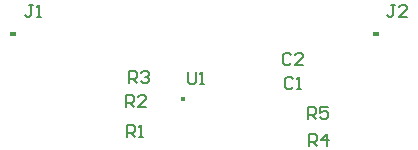
<source format=gbr>
G04*
G04 #@! TF.GenerationSoftware,Altium Limited,Altium Designer,25.0.2 (28)*
G04*
G04 Layer_Color=65535*
%FSLAX25Y25*%
%MOIN*%
G70*
G04*
G04 #@! TF.SameCoordinates,3DC6336E-5C34-4527-9770-C00B4075D205*
G04*
G04*
G04 #@! TF.FilePolarity,Positive*
G04*
G01*
G75*
%ADD10C,0.00600*%
%ADD11R,0.02165X0.01575*%
%ADD12R,0.01300X0.01400*%
D10*
X45168Y28501D02*
Y32499D01*
X47167D01*
X47834Y31833D01*
Y30500D01*
X47167Y29834D01*
X45168D01*
X46501D02*
X47834Y28501D01*
X51832D02*
X49167D01*
X51832Y31166D01*
Y31833D01*
X51166Y32499D01*
X49833D01*
X49167Y31833D01*
X65740Y39999D02*
Y36667D01*
X66406Y36001D01*
X67739D01*
X68405Y36667D01*
Y39999D01*
X69738Y36001D02*
X71071D01*
X70405D01*
Y39999D01*
X69738Y39333D01*
X105668Y24501D02*
Y28499D01*
X107667D01*
X108334Y27833D01*
Y26500D01*
X107667Y25834D01*
X105668D01*
X107001D02*
X108334Y24501D01*
X112332Y28499D02*
X109667D01*
Y26500D01*
X110999Y27166D01*
X111666D01*
X112332Y26500D01*
Y25167D01*
X111666Y24501D01*
X110333D01*
X109667Y25167D01*
X106168Y15501D02*
Y19499D01*
X108167D01*
X108834Y18833D01*
Y17500D01*
X108167Y16834D01*
X106168D01*
X107501D02*
X108834Y15501D01*
X112166D02*
Y19499D01*
X110167Y17500D01*
X112832D01*
X46168Y36501D02*
Y40499D01*
X48167D01*
X48834Y39833D01*
Y38500D01*
X48167Y37834D01*
X46168D01*
X47501D02*
X48834Y36501D01*
X50166Y39833D02*
X50833Y40499D01*
X52166D01*
X52832Y39833D01*
Y39166D01*
X52166Y38500D01*
X51499D01*
X52166D01*
X52832Y37834D01*
Y37167D01*
X52166Y36501D01*
X50833D01*
X50166Y37167D01*
X45334Y18501D02*
Y22499D01*
X47334D01*
X48000Y21833D01*
Y20500D01*
X47334Y19834D01*
X45334D01*
X46667D02*
X48000Y18501D01*
X49333D02*
X50666D01*
X49999D01*
Y22499D01*
X49333Y21833D01*
X134834Y62499D02*
X133501D01*
X134167D01*
Y59167D01*
X133501Y58501D01*
X132834D01*
X132168Y59167D01*
X138832Y58501D02*
X136167D01*
X138832Y61166D01*
Y61833D01*
X138166Y62499D01*
X136833D01*
X136167Y61833D01*
X14000Y62499D02*
X12667D01*
X13333D01*
Y59167D01*
X12667Y58501D01*
X12001D01*
X11334Y59167D01*
X15333Y58501D02*
X16666D01*
X15999D01*
Y62499D01*
X15333Y61833D01*
X100239Y45833D02*
X99573Y46499D01*
X98240D01*
X97573Y45833D01*
Y43167D01*
X98240Y42501D01*
X99573D01*
X100239Y43167D01*
X104238Y42501D02*
X101572D01*
X104238Y45166D01*
Y45833D01*
X103571Y46499D01*
X102238D01*
X101572Y45833D01*
X100906Y37833D02*
X100239Y38499D01*
X98906D01*
X98240Y37833D01*
Y35167D01*
X98906Y34501D01*
X100239D01*
X100906Y35167D01*
X102238Y34501D02*
X103571D01*
X102905D01*
Y38499D01*
X102238Y37833D01*
D11*
X7531Y52807D02*
D03*
X128532D02*
D03*
D12*
X64253Y31100D02*
D03*
M02*

</source>
